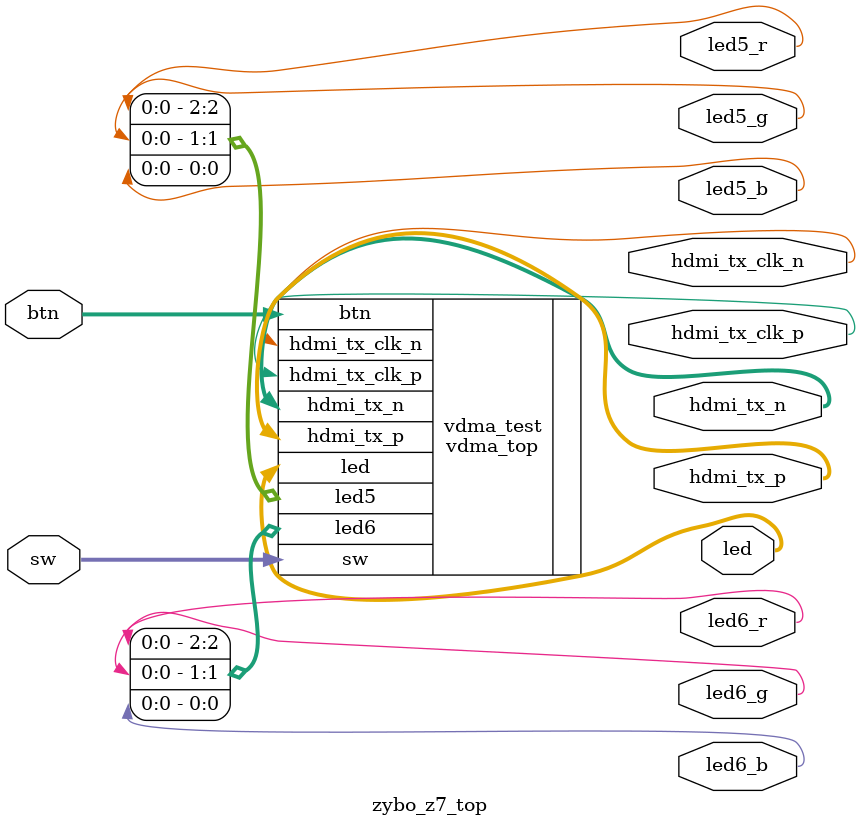
<source format=sv>

`default_nettype none

module zybo_z7_top
	(
		/* Clock signal */
		//input  wire       sysclk,

		/* Switches */
		input  wire [3:0] sw,

		/* Buttons */
		input  wire [3:0] btn,

		/* LEDs */
		output wire [3:0] led,

		/* RGB LED 5 (Zybo Z7-20 only) */
		output wire       led5_r,
		output wire       led5_g,
		output wire       led5_b,

		/* RGB LED 6 */
		output wire       led6_r,
		output wire       led6_g,
		output wire       led6_b,

		/* Audio Codec */
		//output wire       ac_bclk,
		//output wire       ac_mclk,
		//output wire       ac_muten,
		//output wire       ac_pbdat,
		//output wire       ac_pblrc,
		//input  wire       ac_recdat,
		//output wire       ac_reclrc,
		//output wire       ac_scl,
		//inout  wire       ac_sda,

		/* Additional Ethernet signals */
		//inout  wire       eth_int_pu_b,
		//inout  wire       eth_rst_b,

		/* USB-OTG over-current detect pin */
		//inout  wire       otg_oc,

		/* Fan (Zybo Z7-20 only) */
		//inout  wire       fan_fb_pu,

		/* HDMI RX */
		//output wire       hdmi_rx_hpd,
		//inout  wire       hdmi_rx_scl,
		//inout  wire       hdmi_rx_sda,
		//input  wire       hdmi_rx_clk_n,
		//input  wire       hdmi_rx_clk_p,
		//input  wire [2:0] hdmi_rx_n,
		//input  wire [2:0] hdmi_rx_p,

		/* HDMI RX CEC (Zybo Z7-20 only) */
		//inout  wire       hdmi_rx_cec,

		/* HDMI TX */
		//input  wire       hdmi_tx_hpd,
		//inout  wire       hdmi_tx_scl,
		//inout  wire       hdmi_tx_sda,
		output wire       hdmi_tx_clk_n,
		output wire       hdmi_tx_clk_p,
		output wire [2:0] hdmi_tx_n,
		output wire [2:0] hdmi_tx_p

		/* HDMI TX CEC (Zybo Z7-20 only) */
		//inout  wire       hdmi_tx_cec,

		/* Pmod Header JA (XADC) */
		//inout  wire [7:0] ja,

		/* Pmod Header JB (Zybo Z7-20 only) */
		//inout  wire [7:0] jb,

		/* Pmod Header JC */
		//inout  wire [7:0] jc,

		/* Pmod Header JD */
		//inout  wire [7:0] jd,

		/* Pmod Header JE */
		//inout  wire [7:0] je

		/* Pcam MIPI CSI-2 Connector */
		//input  wire       dphy_clk_lp_n,
		//input  wire       dphy_clk_lp_p,
		//input  wire [1:0] dphy_data_lp_n,
		//input  wire [1:0] dphy_data_lp_p,
		//input  wire       dphy_hs_clock_clk_n,
		//input  wire       dphy_hs_clock_clk_p,
		//input  wire [1:0] dphy_data_hs_n,
		//input  wire [1:0] dphy_data_hs_p,
		//input  wire       cam_clk,
		//inout  wire       cam_gpio,
		//inout  wire       cam_scl,
		//inout  wire       cam_sda,

		/* Unloaded Crypto Chip SWI (for future use) */
		//inout  wire       crypto_sda,

		/* Unconnected Pins (Zybo Z7-20 only) */
		//inout  wire       netic19_t9,
		//inout  wire       netic19_u10,
		//inout  wire       netic19_u5,
		//inout  wire       netic19_u8,
		//inout  wire       netic19_u9,
		//inout  wire       netic19_v10,
		//inout  wire       netic19_v11,
		//inout  wire       netic19_v5,
		//inout  wire       netic19_w10,
		//inout  wire       netic19_w11,
		//inout  wire       netic19_w9,
		//inout  wire       netic19_y9
	);

	vdma_top #(
		/* Clock */
		.PS_CLK_FREQ        (50 * 10 ** 6),

		/* Video (1080p) */
		//.VID_H_ACTIVE       (        1920),
		//.VID_H_FRONT_PORCH  (          88),
		//.VID_H_SYNC_WIDTH   (          44),
		//.VID_H_BACK_PORCH   (         148),
		//.VID_V_ACTIVE       (        1080),
		//.VID_V_FRONT_PORCH  (           4),
		//.VID_V_SYNC_WIDTH   (           5),
		//.VID_V_BACK_PORCH   (          36),

		/* Video (720p) */
		//.VID_H_ACTIVE       (        1280),
		//.VID_H_FRONT_PORCH  (         110),
		//.VID_H_SYNC_WIDTH   (          40),
		//.VID_H_BACK_PORCH   (         220),
		//.VID_V_ACTIVE       (         720),
		//.VID_V_FRONT_PORCH  (           5),
		//.VID_V_SYNC_WIDTH   (           5),
		//.VID_V_BACK_PORCH   (          20),

		/* Video (VGA) */
		.VID_H_ACTIVE       (         640),
		.VID_H_FRONT_PORCH  (          16),
		.VID_H_SYNC_WIDTH   (          96),
		.VID_H_BACK_PORCH   (          48),
		.VID_V_ACTIVE       (         480),
		.VID_V_FRONT_PORCH  (          10),
		.VID_V_SYNC_WIDTH   (           2),
		.VID_V_BACK_PORCH   (          33),

		/* System */
		.C_S_AXI_DATA_WIDTH (          32),
		.C_S_AXI_ADDR_WIDTH (           7)
	)
	vdma_test (
		/* HDMI */
		.hdmi_tx_clk_n    (hdmi_tx_clk_n), // output
		.hdmi_tx_clk_p    (hdmi_tx_clk_p), // output
		.hdmi_tx_n        (hdmi_tx_n    ), // output
		.hdmi_tx_p        (hdmi_tx_p    ), // output

		/* System */
		.btn              (btn                     ), // input
		.sw               (sw                      ), // input
		.led5             ({led5_r, led5_g, led5_b}), // output
		.led6             ({led6_r, led6_g, led6_b}), // output
		.led              (led                     )  // output
	);

endmodule

`default_nettype wire

</source>
